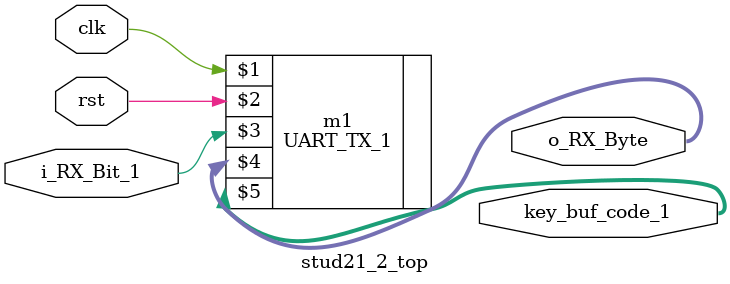
<source format=v>
module stud21_2_top(
	input clk,
	input rst,
	input i_RX_Bit_1,
//	input i_RX_Bit_2,
	output [3:0] o_RX_Byte,
	output reg [23:0] key_buf_code_1
//	output reg [23:0] key_buf_code_2
);
	UART_TX_1 m1(clk,rst,i_RX_Bit_1,o_RX_Byte,key_buf_code_1);
	
	
endmodule
</source>
